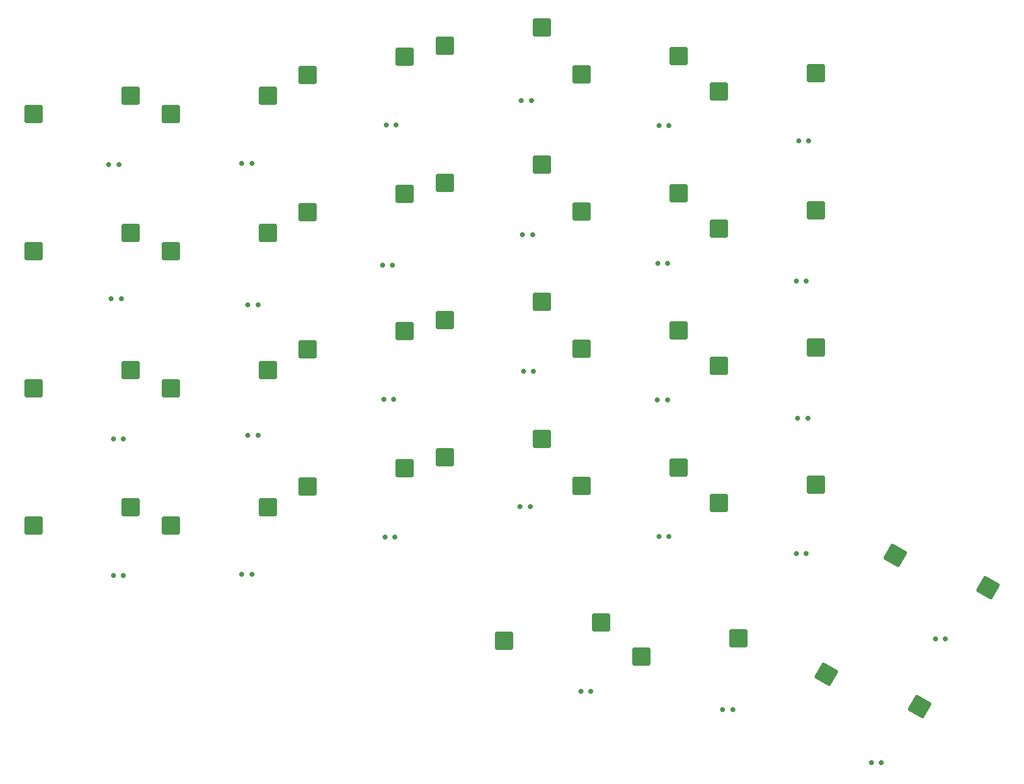
<source format=gbr>
%TF.GenerationSoftware,KiCad,Pcbnew,8.0.8*%
%TF.CreationDate,2025-02-12T11:53:10+01:00*%
%TF.ProjectId,PCB_g,5043425f-672e-46b6-9963-61645f706362,rev?*%
%TF.SameCoordinates,Original*%
%TF.FileFunction,Paste,Bot*%
%TF.FilePolarity,Positive*%
%FSLAX46Y46*%
G04 Gerber Fmt 4.6, Leading zero omitted, Abs format (unit mm)*
G04 Created by KiCad (PCBNEW 8.0.8) date 2025-02-12 11:53:10*
%MOMM*%
%LPD*%
G01*
G04 APERTURE LIST*
G04 Aperture macros list*
%AMRoundRect*
0 Rectangle with rounded corners*
0 $1 Rounding radius*
0 $2 $3 $4 $5 $6 $7 $8 $9 X,Y pos of 4 corners*
0 Add a 4 corners polygon primitive as box body*
4,1,4,$2,$3,$4,$5,$6,$7,$8,$9,$2,$3,0*
0 Add four circle primitives for the rounded corners*
1,1,$1+$1,$2,$3*
1,1,$1+$1,$4,$5*
1,1,$1+$1,$6,$7*
1,1,$1+$1,$8,$9*
0 Add four rect primitives between the rounded corners*
20,1,$1+$1,$2,$3,$4,$5,0*
20,1,$1+$1,$4,$5,$6,$7,0*
20,1,$1+$1,$6,$7,$8,$9,0*
20,1,$1+$1,$8,$9,$2,$3,0*%
G04 Aperture macros list end*
%ADD10RoundRect,0.150000X0.150000X0.200000X-0.150000X0.200000X-0.150000X-0.200000X0.150000X-0.200000X0*%
%ADD11RoundRect,0.250000X1.025000X1.000000X-1.025000X1.000000X-1.025000X-1.000000X1.025000X-1.000000X0*%
%ADD12RoundRect,0.150000X-0.150000X-0.200000X0.150000X-0.200000X0.150000X0.200000X-0.150000X0.200000X0*%
%ADD13RoundRect,0.250000X1.387676X0.353525X-0.387676X1.378525X-1.387676X-0.353525X0.387676X-1.378525X0*%
G04 APERTURE END LIST*
D10*
%TO.C,D34*%
X198500000Y-124200000D03*
X199900000Y-124200000D03*
%TD*%
D11*
%TO.C,SW24*%
X168440176Y-67210000D03*
X181890176Y-64670000D03*
%TD*%
D12*
%TO.C,D10*%
X142442528Y-49456000D03*
X141042528Y-49456000D03*
%TD*%
D11*
%TO.C,SW12*%
X111440000Y-64910000D03*
X124890000Y-62370000D03*
%TD*%
D13*
%TO.C,SW35*%
X192896053Y-112580295D03*
X205814095Y-117105591D03*
%TD*%
D11*
%TO.C,SW8*%
X92440000Y-108410000D03*
X105890000Y-105870000D03*
%TD*%
%TO.C,SW13*%
X111440000Y-83960000D03*
X124890000Y-81420000D03*
%TD*%
%TO.C,SW16*%
X130440000Y-60860000D03*
X143890000Y-58320000D03*
%TD*%
%TO.C,SW25*%
X168440000Y-86260000D03*
X181890000Y-83720000D03*
%TD*%
D12*
%TO.C,D19*%
X161367352Y-72067000D03*
X159967352Y-72067000D03*
%TD*%
%TO.C,D24*%
X180792528Y-93554000D03*
X179392528Y-93554000D03*
%TD*%
%TO.C,D23*%
X180617528Y-74454000D03*
X179217528Y-74454000D03*
%TD*%
%TO.C,D11*%
X142617528Y-68081000D03*
X141217528Y-68081000D03*
%TD*%
D11*
%TO.C,SW26*%
X168440176Y-105310000D03*
X181890176Y-102770000D03*
%TD*%
%TO.C,SW21*%
X149440000Y-83910000D03*
X162890000Y-81370000D03*
%TD*%
%TO.C,SW37*%
X157720000Y-126660000D03*
X171170000Y-124120000D03*
%TD*%
D12*
%TO.C,D36*%
X170400000Y-134000000D03*
X169000000Y-134000000D03*
%TD*%
D11*
%TO.C,SW7*%
X73390176Y-70310000D03*
X86840176Y-67770000D03*
%TD*%
%TO.C,SW20*%
X149439824Y-64860000D03*
X162889824Y-62320000D03*
%TD*%
D12*
%TO.C,D12*%
X142767528Y-87056000D03*
X141367528Y-87056000D03*
%TD*%
D11*
%TO.C,SW38*%
X138640000Y-124460000D03*
X152090000Y-121920000D03*
%TD*%
D12*
%TO.C,D20*%
X161317352Y-91042000D03*
X159917352Y-91042000D03*
%TD*%
%TO.C,D8*%
X123367352Y-90917000D03*
X121967352Y-90917000D03*
%TD*%
D11*
%TO.C,SW19*%
X149439824Y-45810000D03*
X162889824Y-43270000D03*
%TD*%
%TO.C,SW17*%
X130440000Y-79910000D03*
X143890000Y-77370000D03*
%TD*%
D12*
%TO.C,D25*%
X180617528Y-112354000D03*
X179217528Y-112354000D03*
%TD*%
%TO.C,D5*%
X85867528Y-115379000D03*
X84467528Y-115379000D03*
%TD*%
%TO.C,D2*%
X104517528Y-95929000D03*
X103117528Y-95929000D03*
%TD*%
%TO.C,D13*%
X103692528Y-58154000D03*
X102292528Y-58154000D03*
%TD*%
%TO.C,D21*%
X161542352Y-109992000D03*
X160142352Y-109992000D03*
%TD*%
D13*
%TO.C,SW36*%
X183396053Y-129080295D03*
X196314095Y-133605591D03*
%TD*%
D11*
%TO.C,SW9*%
X73390176Y-89360000D03*
X86840176Y-86820000D03*
%TD*%
D12*
%TO.C,D3*%
X103692528Y-115204000D03*
X102292528Y-115204000D03*
%TD*%
%TO.C,D17*%
X142292528Y-105856000D03*
X140892528Y-105856000D03*
%TD*%
%TO.C,D14*%
X104517528Y-77779000D03*
X103117528Y-77779000D03*
%TD*%
D11*
%TO.C,SW22*%
X149440000Y-102960000D03*
X162890000Y-100420000D03*
%TD*%
D12*
%TO.C,D4*%
X85867528Y-96404000D03*
X84467528Y-96404000D03*
%TD*%
D11*
%TO.C,SW6*%
X73390176Y-51260000D03*
X86840176Y-48720000D03*
%TD*%
%TO.C,SW18*%
X130440176Y-98960000D03*
X143890176Y-96420000D03*
%TD*%
D12*
%TO.C,D7*%
X123192352Y-72292000D03*
X121792352Y-72292000D03*
%TD*%
%TO.C,D6*%
X123692352Y-52842000D03*
X122292352Y-52842000D03*
%TD*%
D11*
%TO.C,SW3*%
X92440176Y-89360000D03*
X105890176Y-86820000D03*
%TD*%
%TO.C,SW10*%
X73390000Y-108410000D03*
X86840000Y-105870000D03*
%TD*%
D12*
%TO.C,D37*%
X150705000Y-131500000D03*
X149305000Y-131500000D03*
%TD*%
D11*
%TO.C,SW14*%
X111439824Y-103010000D03*
X124889824Y-100470000D03*
%TD*%
%TO.C,SW4*%
X92440000Y-51260000D03*
X105890000Y-48720000D03*
%TD*%
%TO.C,SW23*%
X168440176Y-48160000D03*
X181890176Y-45620000D03*
%TD*%
D12*
%TO.C,D9*%
X123517352Y-110042000D03*
X122117352Y-110042000D03*
%TD*%
%TO.C,D18*%
X161542352Y-52942000D03*
X160142352Y-52942000D03*
%TD*%
D11*
%TO.C,SW5*%
X92440000Y-70310000D03*
X105890000Y-67770000D03*
%TD*%
D12*
%TO.C,D15*%
X85217528Y-58329000D03*
X83817528Y-58329000D03*
%TD*%
%TO.C,D16*%
X85542528Y-76954000D03*
X84142528Y-76954000D03*
%TD*%
%TO.C,D22*%
X180942528Y-55004000D03*
X179542528Y-55004000D03*
%TD*%
D10*
%TO.C,D35*%
X189600000Y-141400000D03*
X191000000Y-141400000D03*
%TD*%
D11*
%TO.C,SW15*%
X130440176Y-41810000D03*
X143890176Y-39270000D03*
%TD*%
%TO.C,SW11*%
X111440000Y-45860000D03*
X124890000Y-43320000D03*
%TD*%
M02*

</source>
